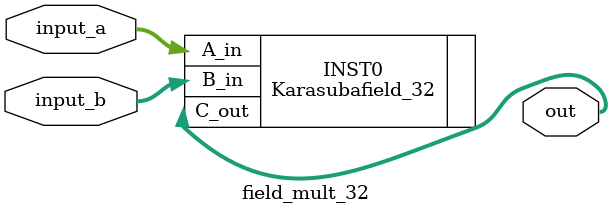
<source format=v>


/* Multiplications of two 32 bit field elements */

// The operation is taking 32 cycles.
// Each bit is processed in 1 cycle.
// It can be changed to 32 bits processed in parallel. Depends on your final goal (high speed or low area)
//

module field_mult_32 (

					input_a
					,input_b	
					,out
					);
					
	//------------------------------------------------

	



	//-----------------------------------------------
					
				
	input 	[31:0] 	input_a;
	input 	[31:0] 	input_b;
	
	output 	[31:0]	out;					
					
	 Karasubafield_32 INST0(

		.A_in (input_a),
		.B_in (input_b),
		.C_out (out)

	);
	
endmodule					


</source>
